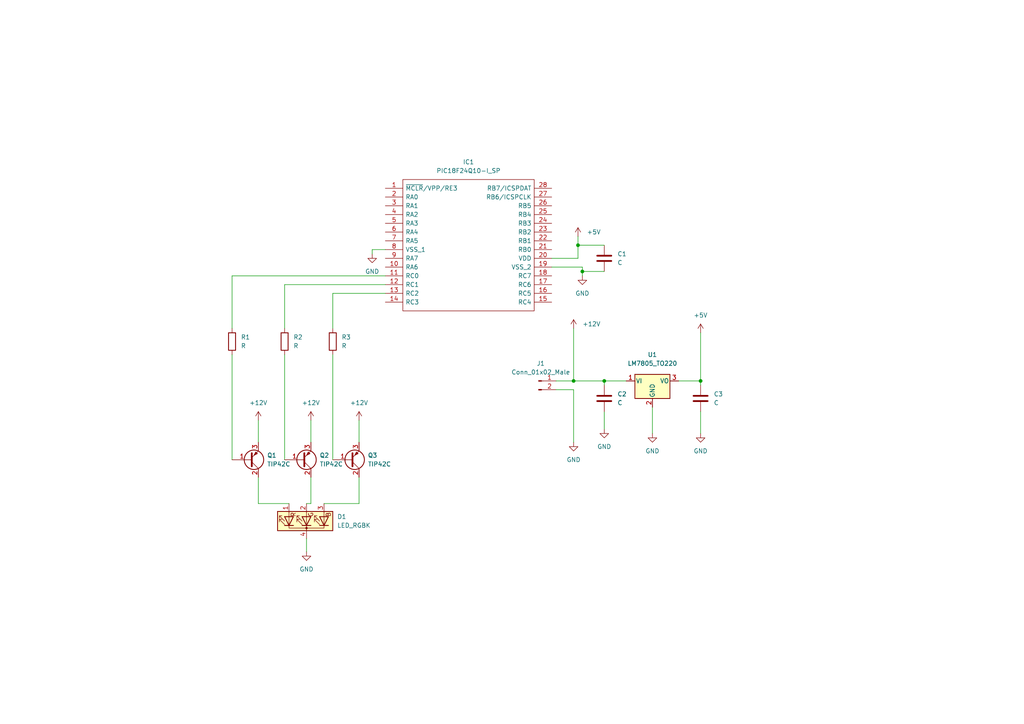
<source format=kicad_sch>
(kicad_sch (version 20211123) (generator eeschema)
  (paper "A4")
  (lib_symbols
    (symbol "Connector:Conn_01x02_Male" (pin_names (offset 1.016) hide)
      (property "Reference" "J" (at 0 2.54 0))
      (property "Value" "Conn_01x02_Male" (at 0 -5.08 0))
      (symbol "Conn_01x02_Male_1_1"
        (polyline (pts (xy 1.27 -2.54) (xy 0.8636 -2.54)) (stroke (width 0.1524)))
        (polyline (pts (xy 1.27 0) (xy 0.8636 0)) (stroke (width 0.1524)))
        (rectangle (start 0.8636 -2.413) (end 0 -2.667) (stroke (width 0.1524)) (fill (type outline)))
        (rectangle (start 0.8636 0.127) (end 0 -0.127) (stroke (width 0.1524)) (fill (type outline)))
        (pin passive line (at 5.08 0 180) (length 3.81) (name "Pin_1") (number "1"))
        (pin passive line (at 5.08 -2.54 180) (length 3.81) (name "Pin_2") (number "2"))
      )
    )
    (symbol "Device:C" (pin_numbers hide) (pin_names (offset 0.254))
      (property "Reference" "C" (at 0.635 2.54 0))
      (property "Value" "C" (at 0.635 -2.54 0))
      (symbol "C_0_1"
        (polyline (pts (xy -2.032 -0.762) (xy 2.032 -0.762)) (stroke (width 0.508)))
        (polyline (pts (xy -2.032 0.762) (xy 2.032 0.762)) (stroke (width 0.508)))
      )
      (symbol "C_1_1"
        (pin passive line (at 0 3.81 270) (length 2.794) (name "~") (number "1"))
        (pin passive line (at 0 -3.81 90) (length 2.794) (name "~") (number "2"))
      )
    )
    (symbol "Device:LED_RGBK" (pin_names (offset 0) hide)
      (property "Reference" "D" (at 0 9.398 0))
      (property "Value" "LED_RGBK" (at 0 -8.89 0))
      (symbol "LED_RGBK_0_0"
        (text "B" (at 1.905 -6.35 0) (effects (font (size 1.27 1.27))))
        (text "G" (at 1.905 -1.27 0) (effects (font (size 1.27 1.27))))
        (text "R" (at 1.905 3.81 0) (effects (font (size 1.27 1.27))))
      )
      (symbol "LED_RGBK_0_1"
        (circle (center -2.032 0) (radius 0.254) (fill (type outline)))
        (polyline (pts (xy -1.27 -5.08) (xy 1.27 -5.08)))
        (polyline (pts (xy -1.27 -3.81) (xy -1.27 -6.35)) (stroke (width 0.254)))
        (polyline (pts (xy -1.27 0) (xy -2.54 0)))
        (polyline (pts (xy -1.27 1.27) (xy -1.27 -1.27)) (stroke (width 0.254)))
        (polyline (pts (xy -1.27 5.08) (xy 1.27 5.08)))
        (polyline (pts (xy -1.27 6.35) (xy -1.27 3.81)) (stroke (width 0.254)))
        (polyline (pts (xy 1.27 -5.08) (xy 2.54 -5.08)))
        (polyline (pts (xy 1.27 0) (xy -1.27 0)))
        (polyline (pts (xy 1.27 0) (xy 2.54 0)))
        (polyline (pts (xy 1.27 5.08) (xy 2.54 5.08)))
        (polyline (pts (xy -1.27 1.27) (xy -1.27 -1.27) (xy -1.27 -1.27)))
        (polyline (pts (xy -1.27 6.35) (xy -1.27 3.81) (xy -1.27 3.81)))
        (polyline (pts (xy -1.27 5.08) (xy -2.032 5.08) (xy -2.032 -5.08) (xy -1.016 -5.08)))
        (polyline (pts (xy 1.27 -3.81) (xy 1.27 -6.35) (xy -1.27 -5.08) (xy 1.27 -3.81)) (stroke (width 0.254)))
        (polyline (pts (xy 1.27 1.27) (xy 1.27 -1.27) (xy -1.27 0) (xy 1.27 1.27)) (stroke (width 0.254)))
        (polyline (pts (xy 1.27 6.35) (xy 1.27 3.81) (xy -1.27 5.08) (xy 1.27 6.35)) (stroke (width 0.254)))
        (polyline (pts (xy -1.016 -3.81) (xy 0.508 -2.286) (xy -0.254 -2.286) (xy 0.508 -2.286) (xy 0.508 -3.048)))
        (polyline (pts (xy -1.016 1.27) (xy 0.508 2.794) (xy -0.254 2.794) (xy 0.508 2.794) (xy 0.508 2.032)))
        (polyline (pts (xy -1.016 6.35) (xy 0.508 7.874) (xy -0.254 7.874) (xy 0.508 7.874) (xy 0.508 7.112)))
        (polyline (pts (xy 0 -3.81) (xy 1.524 -2.286) (xy 0.762 -2.286) (xy 1.524 -2.286) (xy 1.524 -3.048)))
        (polyline (pts (xy 0 1.27) (xy 1.524 2.794) (xy 0.762 2.794) (xy 1.524 2.794) (xy 1.524 2.032)))
        (polyline (pts (xy 0 6.35) (xy 1.524 7.874) (xy 0.762 7.874) (xy 1.524 7.874) (xy 1.524 7.112)))
        (rectangle (start 1.27 -1.27) (end 1.27 1.27))
        (rectangle (start 1.27 1.27) (end 1.27 1.27))
        (rectangle (start 1.27 3.81) (end 1.27 6.35))
        (rectangle (start 1.27 6.35) (end 1.27 6.35))
        (rectangle (start 2.794 8.382) (end -2.794 -7.62) (stroke (width 0.254)) (fill (type background)))
      )
      (symbol "LED_RGBK_1_1"
        (pin passive line (at 5.08 5.08 180) (length 2.54) (name "RA") (number "1"))
        (pin passive line (at 5.08 0 180) (length 2.54) (name "GA") (number "2"))
        (pin passive line (at 5.08 -5.08 180) (length 2.54) (name "BA") (number "3"))
        (pin passive line (at -5.08 0 0) (length 2.54) (name "K") (number "4"))
      )
    )
    (symbol "Device:R" (pin_numbers hide) (pin_names (offset 0))
      (property "Reference" "R" (at 2.032 0 90))
      (property "Value" "R" (at 0 0 90))
      (symbol "R_0_1"
        (rectangle (start -1.016 -2.54) (end 1.016 2.54) (stroke (width 0.254)))
      )
      (symbol "R_1_1"
        (pin passive line (at 0 3.81 270) (length 1.27) (name "~") (number "1"))
        (pin passive line (at 0 -3.81 90) (length 1.27) (name "~") (number "2"))
      )
    )
    (symbol "Regulator_Linear:LM7805_TO220" (pin_names (offset 0.254))
      (property "Reference" "U" (at -3.81 3.175 0))
      (property "Value" "LM7805_TO220" (at 0 3.175 0))
      (symbol "LM7805_TO220_0_1"
        (rectangle (start -5.08 1.905) (end 5.08 -5.08) (stroke (width 0.254)) (fill (type background)))
      )
      (symbol "LM7805_TO220_1_1"
        (pin power_in line (at -7.62 0 0) (length 2.54) (name "VI") (number "1"))
        (pin power_in line (at 0 -7.62 90) (length 2.54) (name "GND") (number "2"))
        (pin power_out line (at 7.62 0 180) (length 2.54) (name "VO") (number "3"))
      )
    )
    (symbol "Transistor_BJT:TIP42C" (pin_names (offset 0) hide)
      (property "Reference" "Q" (at 6.35 1.905 0))
      (property "Value" "TIP42C" (at 6.35 0 0))
      (symbol "TIP42C_0_1"
        (polyline (pts (xy 0.635 0.635) (xy 2.54 2.54)))
        (polyline (pts (xy 0.635 -0.635) (xy 2.54 -2.54) (xy 2.54 -2.54)))
        (polyline (pts (xy 0.635 1.905) (xy 0.635 -1.905) (xy 0.635 -1.905)) (stroke (width 0.508)))
        (polyline (pts (xy 2.286 -1.778) (xy 1.778 -2.286) (xy 1.27 -1.27) (xy 2.286 -1.778) (xy 2.286 -1.778)) (fill (type outline)))
        (circle (center 1.27 0) (radius 2.8194) (stroke (width 0.254)))
      )
      (symbol "TIP42C_1_1"
        (pin input line (at -5.08 0 0) (length 5.715) (name "B") (number "1"))
        (pin passive line (at 2.54 5.08 270) (length 2.54) (name "C") (number "2"))
        (pin passive line (at 2.54 -5.08 90) (length 2.54) (name "E") (number "3"))
      )
    )
    (symbol "pic18f24q10:PIC18F24Q10-I_SP" (pin_names (offset 0.762))
      (property "Reference" "IC" (at 44.45 7.62 0))
      (property "Value" "PIC18F24Q10-I_SP" (at 44.45 5.08 0))
      (symbol "PIC18F24Q10-I_SP_0_0"
        (pin passive line (at 0 0 0) (length 5.08) (name "~{MCLR}/VPP/RE3") (number "1"))
        (pin passive line (at 0 -22.86 0) (length 5.08) (name "RA6") (number "10"))
        (pin passive line (at 0 -25.4 0) (length 5.08) (name "RC0") (number "11"))
        (pin passive line (at 0 -27.94 0) (length 5.08) (name "RC1") (number "12"))
        (pin passive line (at 0 -30.48 0) (length 5.08) (name "RC2") (number "13"))
        (pin passive line (at 0 -33.02 0) (length 5.08) (name "RC3") (number "14"))
        (pin passive line (at 48.26 -33.02 180) (length 5.08) (name "RC4") (number "15"))
        (pin passive line (at 48.26 -30.48 180) (length 5.08) (name "RC5") (number "16"))
        (pin passive line (at 48.26 -27.94 180) (length 5.08) (name "RC6") (number "17"))
        (pin passive line (at 48.26 -25.4 180) (length 5.08) (name "RC7") (number "18"))
        (pin passive line (at 48.26 -22.86 180) (length 5.08) (name "VSS_2") (number "19"))
        (pin passive line (at 0 -2.54 0) (length 5.08) (name "RA0") (number "2"))
        (pin passive line (at 48.26 -20.32 180) (length 5.08) (name "VDD") (number "20"))
        (pin passive line (at 48.26 -17.78 180) (length 5.08) (name "RB0") (number "21"))
        (pin passive line (at 48.26 -15.24 180) (length 5.08) (name "RB1") (number "22"))
        (pin passive line (at 48.26 -12.7 180) (length 5.08) (name "RB2") (number "23"))
        (pin passive line (at 48.26 -10.16 180) (length 5.08) (name "RB3") (number "24"))
        (pin passive line (at 48.26 -7.62 180) (length 5.08) (name "RB4") (number "25"))
        (pin passive line (at 48.26 -5.08 180) (length 5.08) (name "RB5") (number "26"))
        (pin passive line (at 48.26 -2.54 180) (length 5.08) (name "RB6/ICSPCLK") (number "27"))
        (pin passive line (at 48.26 0 180) (length 5.08) (name "RB7/ICSPDAT") (number "28"))
        (pin passive line (at 0 -5.08 0) (length 5.08) (name "RA1") (number "3"))
        (pin passive line (at 0 -7.62 0) (length 5.08) (name "RA2") (number "4"))
        (pin passive line (at 0 -10.16 0) (length 5.08) (name "RA3") (number "5"))
        (pin passive line (at 0 -12.7 0) (length 5.08) (name "RA4") (number "6"))
        (pin passive line (at 0 -15.24 0) (length 5.08) (name "RA5") (number "7"))
        (pin passive line (at 0 -17.78 0) (length 5.08) (name "VSS_1") (number "8"))
        (pin passive line (at 0 -20.32 0) (length 5.08) (name "RA7") (number "9"))
      )
      (symbol "PIC18F24Q10-I_SP_0_1"
        (polyline (pts (xy 5.08 2.54) (xy 43.18 2.54) (xy 43.18 -35.56) (xy 5.08 -35.56) (xy 5.08 2.54)) (stroke (width 0.1524)))
      )
    )
    (symbol "power:+12V" (power) (pin_names (offset 0))
      (property "Value" "+12V" (at 0 3.556 0))
      (symbol "+12V_0_1"
        (polyline (pts (xy -0.762 1.27) (xy 0 2.54)))
        (polyline (pts (xy 0 0) (xy 0 2.54)))
        (polyline (pts (xy 0 2.54) (xy 0.762 1.27)))
      )
      (symbol "+12V_1_1"
        (pin power_in line (at 0 0 90) (length 0) hide (name "+12V") (number "1"))
      )
    )
    (symbol "power:+5V" (power) (pin_names (offset 0))
      (property "Value" "+5V" (at 0 3.556 0))
      (symbol "+5V_0_1"
        (polyline (pts (xy -0.762 1.27) (xy 0 2.54)))
        (polyline (pts (xy 0 0) (xy 0 2.54)))
        (polyline (pts (xy 0 2.54) (xy 0.762 1.27)))
      )
      (symbol "+5V_1_1"
        (pin power_in line (at 0 0 90) (length 0) hide (name "+5V") (number "1"))
      )
    )
    (symbol "power:GND" (power) (pin_names (offset 0))
      (property "Value" "GND" (at 0 -3.81 0))
      (symbol "GND_0_1"
        (polyline (pts (xy 0 0) (xy 0 -1.27) (xy 1.27 -1.27) (xy 0 -2.54) (xy -1.27 -1.27) (xy 0 -1.27)))
      )
      (symbol "GND_1_1"
        (pin power_in line (at 0 0 270) (length 0) hide (name "GND") (number "1"))
      )
    )
  )
  (junction (at 166.37 110.49))
  (junction (at 167.64 71.12))
  (junction (at 203.2 110.49))
  (junction (at 168.91 78.74))
  (junction (at 175.26 110.49))
  (wire (pts (xy 167.64 71.12) (xy 175.26 71.12)))
  (wire (pts (xy 166.37 110.49) (xy 175.26 110.49)))
  (wire (pts (xy 82.55 102.87) (xy 82.55 133.35)))
  (wire (pts (xy 88.9 156.21) (xy 88.9 160.02)))
  (wire (pts (xy 166.37 113.03) (xy 166.37 128.27)))
  (wire (pts (xy 161.29 110.49) (xy 166.37 110.49)))
  (wire (pts (xy 90.17 146.05) (xy 88.9 146.05)))
  (wire (pts (xy 203.2 110.49) (xy 196.85 110.49)))
  (wire (pts (xy 107.95 72.39) (xy 107.95 73.66)))
  (wire (pts (xy 104.14 138.43) (xy 104.14 146.05)))
  (wire (pts (xy 175.26 110.49) (xy 175.26 111.76)))
  (wire (pts (xy 111.76 80.01) (xy 67.31 80.01)))
  (wire (pts (xy 74.93 138.43) (xy 74.93 146.05)))
  (wire (pts (xy 167.64 74.93) (xy 167.64 71.12)))
  (wire (pts (xy 96.52 85.09) (xy 96.52 95.25)))
  (wire (pts (xy 111.76 72.39) (xy 107.95 72.39)))
  (wire (pts (xy 82.55 82.55) (xy 82.55 95.25)))
  (wire (pts (xy 67.31 102.87) (xy 67.31 133.35)))
  (wire (pts (xy 203.2 111.76) (xy 203.2 110.49)))
  (wire (pts (xy 67.31 80.01) (xy 67.31 95.25)))
  (wire (pts (xy 160.02 74.93) (xy 167.64 74.93)))
  (wire (pts (xy 168.91 78.74) (xy 175.26 78.74)))
  (wire (pts (xy 90.17 121.92) (xy 90.17 128.27)))
  (wire (pts (xy 168.91 78.74) (xy 168.91 80.01)))
  (wire (pts (xy 74.93 146.05) (xy 83.82 146.05)))
  (wire (pts (xy 74.93 121.92) (xy 74.93 128.27)))
  (wire (pts (xy 104.14 146.05) (xy 93.98 146.05)))
  (wire (pts (xy 168.91 77.47) (xy 168.91 78.74)))
  (wire (pts (xy 175.26 110.49) (xy 181.61 110.49)))
  (wire (pts (xy 111.76 85.09) (xy 96.52 85.09)))
  (wire (pts (xy 161.29 113.03) (xy 166.37 113.03)))
  (wire (pts (xy 166.37 110.49) (xy 166.37 95.25)))
  (wire (pts (xy 96.52 102.87) (xy 96.52 133.35)))
  (wire (pts (xy 160.02 77.47) (xy 168.91 77.47)))
  (wire (pts (xy 189.23 118.11) (xy 189.23 125.73)))
  (wire (pts (xy 90.17 138.43) (xy 90.17 146.05)))
  (wire (pts (xy 175.26 119.38) (xy 175.26 124.46)))
  (wire (pts (xy 203.2 96.52) (xy 203.2 110.49)))
  (wire (pts (xy 111.76 82.55) (xy 82.55 82.55)))
  (wire (pts (xy 167.64 71.12) (xy 167.64 68.58)))
  (wire (pts (xy 104.14 121.92) (xy 104.14 128.27)))
  (wire (pts (xy 203.2 119.38) (xy 203.2 125.73)))
  (symbol (lib_id "power:GND") (at 189.23 125.73 0) (unit 1)
    (property "Reference" "#PWR0108" (effects hide))
    (property "Value" "GND" (at 189.23 130.81 0))
  )
  (symbol (lib_id "Regulator_Linear:LM7805_TO220") (at 189.23 110.49 0) (unit 1)
    (property "Reference" "U1" (at 189.23 102.87 0))
    (property "Value" "LM7805_TO220" (at 189.23 105.41 0))
    (property "Footprint" "Package_TO_SOT_THT:TO-220-3_Vertical" (effects hide))
    (property "Datasheet" "https://www.onsemi.cn/PowerSolutions/document/MC7800-D.PDF" (effects hide))
  )
  (symbol (lib_id "power:+5V") (at 167.64 68.58 0) (unit 1)
    (property "Reference" "#PWR0113" (effects hide))
    (property "Value" "+5V" (at 170.18 67.3099 0) (effects (justify left)))
  )
  (symbol (lib_id "Device:C") (at 175.26 74.93 0) (unit 1)
    (property "Reference" "C1" (at 179.07 73.6599 0) (effects (justify left)))
    (property "Value" "C" (at 179.07 76.1999 0) (effects (justify left)))
    (property "Footprint" "Capacitor_THT:C_Axial_L3.8mm_D2.6mm_P7.50mm_Horizontal" (effects hide))
  )
  (symbol (lib_id "power:GND") (at 168.91 80.01 0) (unit 1)
    (property "Reference" "#PWR0107" (effects hide))
    (property "Value" "GND" (at 168.91 85.09 0))
  )
  (symbol (lib_id "power:+12V") (at 74.93 121.92 0) (unit 1)
    (property "Reference" "#PWR0101" (effects hide))
    (property "Value" "+12V" (at 74.93 116.84 0))
  )
  (symbol (lib_id "power:GND") (at 203.2 125.73 0) (unit 1)
    (property "Reference" "#PWR0109" (effects hide))
    (property "Value" "GND" (at 203.2 130.81 0))
  )
  (symbol (lib_id "Transistor_BJT:TIP42C") (at 101.6 133.35 0) (mirror x) (unit 1)
    (property "Reference" "Q3" (at 106.68 132.0799 0) (effects (justify left)))
    (property "Value" "TIP42C" (at 106.68 134.6199 0) (effects (justify left)))
    (property "Footprint" "Package_TO_SOT_THT:TO-220-3_Vertical" (effects hide))
    (property "Datasheet" "https://www.centralsemi.com/get_document.php?cmp=1&mergetype=pd&mergepath=pd&pdf_id=TIP42.PDF" (effects hide))
  )
  (symbol (lib_id "power:GND") (at 88.9 160.02 0) (unit 1)
    (property "Reference" "#PWR0102" (effects hide))
    (property "Value" "GND" (at 88.9 165.1 0))
  )
  (symbol (lib_id "Connector:Conn_01x02_Male") (at 156.21 110.49 0) (unit 1)
    (property "Reference" "J1" (at 156.845 105.41 0))
    (property "Value" "Conn_01x02_Male" (at 156.845 107.95 0))
    (property "Footprint" "Connector:JWT_A3963_1x02_P3.96mm_Vertical" (effects hide))
  )
  (symbol (lib_id "power:+12V") (at 166.37 95.25 0) (unit 1)
    (property "Reference" "#PWR0106" (effects hide))
    (property "Value" "+12V" (at 168.91 93.9799 0) (effects (justify left)))
  )
  (symbol (lib_id "Device:LED_RGBK") (at 88.9 151.13 90) (unit 1)
    (property "Reference" "D1" (at 97.79 149.8599 90) (effects (justify right)))
    (property "Value" "LED_RGBK" (at 97.79 152.3999 90) (effects (justify right)))
    (property "Footprint" "LED_THT:LED_D5.0mm-4_RGB" (effects hide))
  )
  (symbol (lib_id "Device:R") (at 67.31 99.06 0) (unit 1)
    (property "Reference" "R1" (at 69.85 97.7899 0) (effects (justify left)))
    (property "Value" "R" (at 69.85 100.3299 0) (effects (justify left)))
  )
  (symbol (lib_id "Device:C") (at 175.26 115.57 0) (unit 1)
    (property "Reference" "C2" (at 179.07 114.2999 0) (effects (justify left)))
    (property "Value" "C" (at 179.07 116.8399 0) (effects (justify left)))
    (property "Footprint" "Capacitor_THT:C_Axial_L3.8mm_D2.6mm_P7.50mm_Horizontal" (effects hide))
  )
  (symbol (lib_id "power:GND") (at 175.26 124.46 0) (unit 1)
    (property "Reference" "#PWR0111" (effects hide))
    (property "Value" "GND" (at 175.26 129.54 0))
  )
  (symbol (lib_id "power:+5V") (at 203.2 96.52 0) (unit 1)
    (property "Reference" "#PWR0112" (effects hide))
    (property "Value" "+5V" (at 203.2 91.44 0))
  )
  (symbol (lib_id "power:GND") (at 107.95 73.66 0) (unit 1)
    (property "Reference" "#PWR0105" (effects hide))
    (property "Value" "GND" (at 107.95 78.74 0))
  )
  (symbol (lib_id "Device:C") (at 203.2 115.57 0) (unit 1)
    (property "Reference" "C3" (at 207.01 114.2999 0) (effects (justify left)))
    (property "Value" "C" (at 207.01 116.8399 0) (effects (justify left)))
  )
  (symbol (lib_id "pic18f24q10:PIC18F24Q10-I_SP") (at 111.76 54.61 0) (unit 1)
    (property "Reference" "IC1" (at 135.89 46.99 0))
    (property "Value" "PIC18F24Q10-I_SP" (at 135.89 49.53 0))
    (property "Footprint" "DIP794W56P254L3486H508Q28N" (effects hide))
    (property "Datasheet" "https://www.microchip.com/" (effects hide))
    (property "Description" "8-bit Microcontrollers - MCU 16KB Flash, 1KB RAM, 256B EEPROM, 10b ADC2, 5b DAC, Comp, PWM, CCP, CWG, HLT, WWDT, SCAN/CRC, ZCD, PPS, EUSART, SPI/I2C, IDLE/DOZE/PMD" (effects hide))
    (property "Height" "5.08" (effects hide))
    (property "Manufacturer_Name" "Microchip" (effects hide))
    (property "Manufacturer_Part_Number" "PIC18F24Q10-I/SP" (effects hide))
    (property "Mouser Part Number" "579-PIC18F24Q10-I/SP" (effects hide))
    (property "Mouser Price/Stock" "https://www.mouser.co.uk/ProductDetail/Microchip-Technology/PIC18F24Q10-I-SP?qs=y6ZabgHbY%252Bzcz3QAiduugQ%3D%3D" (effects hide))
    (property "Arrow Part Number" "PIC18F24Q10-I/SP" (effects hide))
    (property "Arrow Price/Stock" "https://www.arrow.com/en/products/pic18f24q10-isp/microchip-technology?region=nac" (effects hide))
  )
  (symbol (lib_id "Device:R") (at 82.55 99.06 180) (unit 1)
    (property "Reference" "R2" (at 85.09 97.7899 0) (effects (justify right)))
    (property "Value" "R" (at 85.09 100.3299 0) (effects (justify right)))
  )
  (symbol (lib_id "power:+12V") (at 104.14 121.92 0) (unit 1)
    (property "Reference" "#PWR0104" (effects hide))
    (property "Value" "+12V" (at 104.14 116.84 0))
  )
  (symbol (lib_id "power:GND") (at 166.37 128.27 0) (unit 1)
    (property "Reference" "#PWR0110" (effects hide))
    (property "Value" "GND" (at 166.37 133.35 0))
  )
  (symbol (lib_id "Transistor_BJT:TIP42C") (at 72.39 133.35 0) (mirror x) (unit 1)
    (property "Reference" "Q1" (at 77.47 132.0799 0) (effects (justify left)))
    (property "Value" "TIP42C" (at 77.47 134.6199 0) (effects (justify left)))
    (property "Footprint" "Package_TO_SOT_THT:TO-220-3_Vertical" (effects hide))
    (property "Datasheet" "https://www.centralsemi.com/get_document.php?cmp=1&mergetype=pd&mergepath=pd&pdf_id=TIP42.PDF" (effects hide))
  )
  (symbol (lib_id "power:+12V") (at 90.17 121.92 0) (unit 1)
    (property "Reference" "#PWR0103" (effects hide))
    (property "Value" "+12V" (at 90.17 116.84 0))
  )
  (symbol (lib_id "Device:R") (at 96.52 99.06 180) (unit 1)
    (property "Reference" "R3" (at 99.06 97.7899 0) (effects (justify right)))
    (property "Value" "R" (at 99.06 100.3299 0) (effects (justify right)))
    (property "Footprint" "Resistor_THT:R_Axial_DIN0309_L9.0mm_D3.2mm_P2.54mm_Vertical" (effects hide))
  )
  (symbol (lib_id "Transistor_BJT:TIP42C") (at 87.63 133.35 0) (mirror x) (unit 1)
    (property "Reference" "Q2" (at 92.71 132.0799 0) (effects (justify left)))
    (property "Value" "TIP42C" (at 92.71 134.6199 0) (effects (justify left)))
    (property "Footprint" "Package_TO_SOT_THT:TO-220-3_Vertical" (effects hide))
    (property "Datasheet" "https://www.centralsemi.com/get_document.php?cmp=1&mergetype=pd&mergepath=pd&pdf_id=TIP42.PDF" (effects hide))
  )
)
</source>
